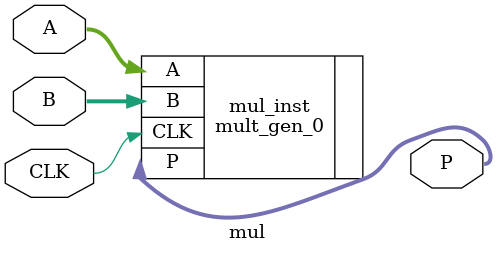
<source format=v>
module mul (
    input wire [23:0] A,
    input wire [23:0] B,
    input wire CLK,
    output wire [47:0] P
);
mult_gen_0 mul_inst (
  .CLK(CLK),  // input wire CLK
  .A(A),      // input wire [23 : 0] A
  .B(B),      // input wire [23 : 0] B
  .P(P)      // output wire [47 : 0] P
);
endmodule

</source>
